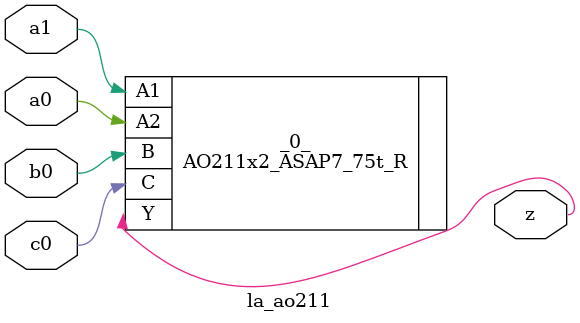
<source format=v>

/* Generated by Yosys 0.44 (git sha1 80ba43d26, g++ 11.4.0-1ubuntu1~22.04 -fPIC -O3) */

(* top =  1  *)
(* src = "inputs/la_ao211.v:10.1-22.10" *)
module la_ao211 (
    a0,
    a1,
    b0,
    c0,
    z
);
  (* src = "inputs/la_ao211.v:13.12-13.14" *)
  input a0;
  wire a0;
  (* src = "inputs/la_ao211.v:14.12-14.14" *)
  input a1;
  wire a1;
  (* src = "inputs/la_ao211.v:15.12-15.14" *)
  input b0;
  wire b0;
  (* src = "inputs/la_ao211.v:16.12-16.14" *)
  input c0;
  wire c0;
  (* src = "inputs/la_ao211.v:17.12-17.13" *)
  output z;
  wire z;
  AO211x2_ASAP7_75t_R _0_ (
      .A1(a1),
      .A2(a0),
      .B (b0),
      .C (c0),
      .Y (z)
  );
endmodule

</source>
